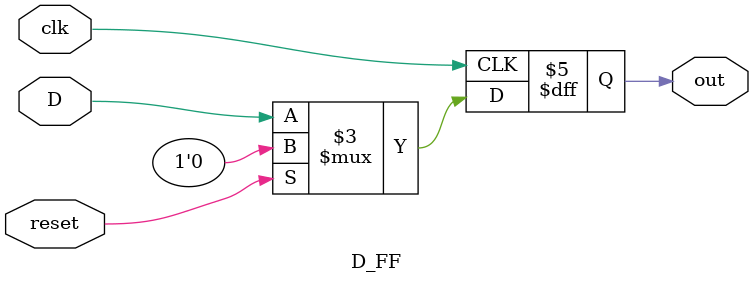
<source format=v>
`timescale 1ns / 1ps

module D_FF(D,clk,reset,out);
  
input  D,clk,reset;
output reg  out;


always@(posedge clk)
begin 
if(reset)
out<=1'b0;
else
out<=D;
end 
endmodule


</source>
